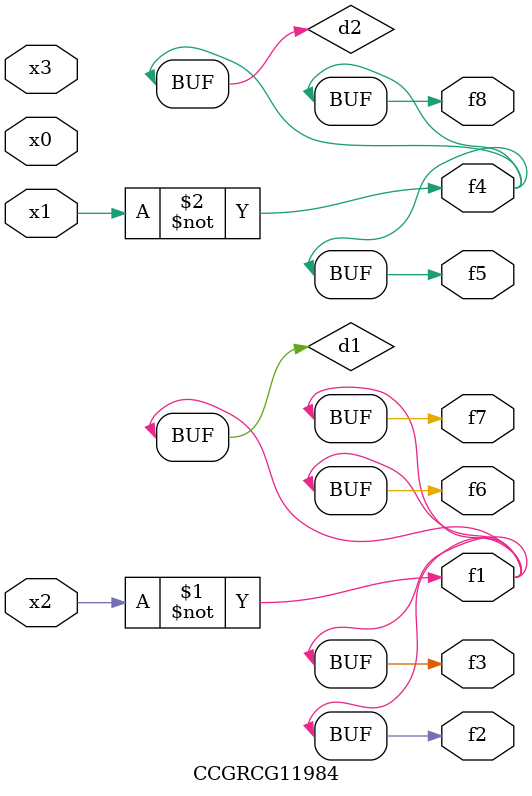
<source format=v>
module CCGRCG11984(
	input x0, x1, x2, x3,
	output f1, f2, f3, f4, f5, f6, f7, f8
);

	wire d1, d2;

	xnor (d1, x2);
	not (d2, x1);
	assign f1 = d1;
	assign f2 = d1;
	assign f3 = d1;
	assign f4 = d2;
	assign f5 = d2;
	assign f6 = d1;
	assign f7 = d1;
	assign f8 = d2;
endmodule

</source>
